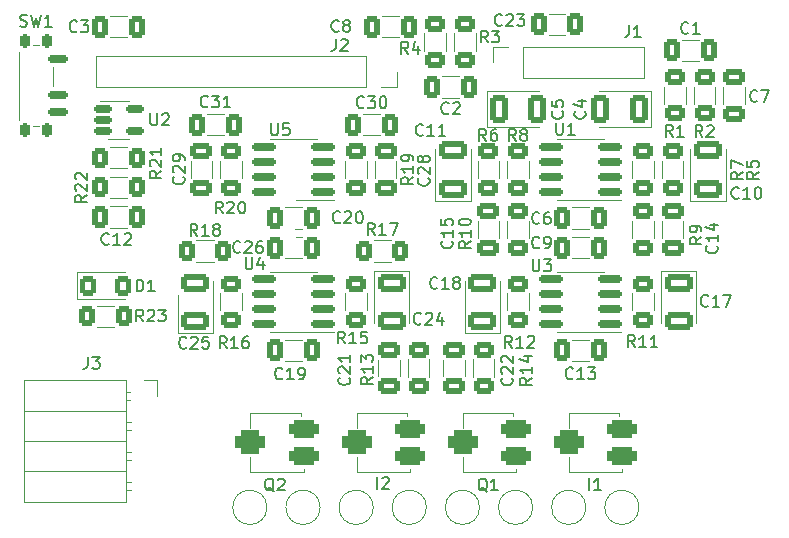
<source format=gto>
G04 #@! TF.GenerationSoftware,KiCad,Pcbnew,(6.0.2)*
G04 #@! TF.CreationDate,2022-03-22T22:10:50-04:00*
G04 #@! TF.ProjectId,PCB,5043422e-6b69-4636-9164-5f7063625858,rev?*
G04 #@! TF.SameCoordinates,Original*
G04 #@! TF.FileFunction,Legend,Top*
G04 #@! TF.FilePolarity,Positive*
%FSLAX46Y46*%
G04 Gerber Fmt 4.6, Leading zero omitted, Abs format (unit mm)*
G04 Created by KiCad (PCBNEW (6.0.2)) date 2022-03-22 22:10:50*
%MOMM*%
%LPD*%
G01*
G04 APERTURE LIST*
G04 Aperture macros list*
%AMRoundRect*
0 Rectangle with rounded corners*
0 $1 Rounding radius*
0 $2 $3 $4 $5 $6 $7 $8 $9 X,Y pos of 4 corners*
0 Add a 4 corners polygon primitive as box body*
4,1,4,$2,$3,$4,$5,$6,$7,$8,$9,$2,$3,0*
0 Add four circle primitives for the rounded corners*
1,1,$1+$1,$2,$3*
1,1,$1+$1,$4,$5*
1,1,$1+$1,$6,$7*
1,1,$1+$1,$8,$9*
0 Add four rect primitives between the rounded corners*
20,1,$1+$1,$2,$3,$4,$5,0*
20,1,$1+$1,$4,$5,$6,$7,0*
20,1,$1+$1,$6,$7,$8,$9,0*
20,1,$1+$1,$8,$9,$2,$3,0*%
G04 Aperture macros list end*
%ADD10C,0.150000*%
%ADD11C,0.120000*%
%ADD12C,1.625000*%
%ADD13R,1.700000X1.700000*%
%ADD14O,1.700000X1.700000*%
%ADD15RoundRect,0.200000X-0.200000X0.400000X-0.200000X-0.400000X0.200000X-0.400000X0.200000X0.400000X0*%
%ADD16RoundRect,0.175000X-0.675000X0.175000X-0.675000X-0.175000X0.675000X-0.175000X0.675000X0.175000X0*%
%ADD17RoundRect,0.250001X0.499999X0.924999X-0.499999X0.924999X-0.499999X-0.924999X0.499999X-0.924999X0*%
%ADD18RoundRect,0.250000X0.412500X0.650000X-0.412500X0.650000X-0.412500X-0.650000X0.412500X-0.650000X0*%
%ADD19C,2.500000*%
%ADD20RoundRect,0.250001X-0.924999X0.499999X-0.924999X-0.499999X0.924999X-0.499999X0.924999X0.499999X0*%
%ADD21RoundRect,0.250000X-0.412500X-0.650000X0.412500X-0.650000X0.412500X0.650000X-0.412500X0.650000X0*%
%ADD22RoundRect,0.250000X-0.625000X0.400000X-0.625000X-0.400000X0.625000X-0.400000X0.625000X0.400000X0*%
%ADD23RoundRect,0.250000X0.650000X-0.412500X0.650000X0.412500X-0.650000X0.412500X-0.650000X-0.412500X0*%
%ADD24RoundRect,0.400000X-0.850000X0.400000X-0.850000X-0.400000X0.850000X-0.400000X0.850000X0.400000X0*%
%ADD25RoundRect,0.500000X0.750000X-0.500000X0.750000X0.500000X-0.750000X0.500000X-0.750000X-0.500000X0*%
%ADD26RoundRect,0.400000X0.850000X-0.400000X0.850000X0.400000X-0.850000X0.400000X-0.850000X-0.400000X0*%
%ADD27RoundRect,0.150000X0.825000X0.150000X-0.825000X0.150000X-0.825000X-0.150000X0.825000X-0.150000X0*%
%ADD28RoundRect,0.250000X-0.650000X0.412500X-0.650000X-0.412500X0.650000X-0.412500X0.650000X0.412500X0*%
%ADD29RoundRect,0.250001X0.924999X-0.499999X0.924999X0.499999X-0.924999X0.499999X-0.924999X-0.499999X0*%
%ADD30RoundRect,0.250000X-0.400000X-0.625000X0.400000X-0.625000X0.400000X0.625000X-0.400000X0.625000X0*%
%ADD31RoundRect,0.250001X-0.499999X-0.924999X0.499999X-0.924999X0.499999X0.924999X-0.499999X0.924999X0*%
%ADD32RoundRect,0.250000X0.625000X-0.400000X0.625000X0.400000X-0.625000X0.400000X-0.625000X-0.400000X0*%
%ADD33RoundRect,0.250000X0.400000X0.625000X-0.400000X0.625000X-0.400000X-0.625000X0.400000X-0.625000X0*%
%ADD34RoundRect,0.250001X-0.462499X-0.624999X0.462499X-0.624999X0.462499X0.624999X-0.462499X0.624999X0*%
%ADD35RoundRect,0.162500X-0.617500X-0.162500X0.617500X-0.162500X0.617500X0.162500X-0.617500X0.162500X0*%
G04 APERTURE END LIST*
D10*
X96486666Y-116162380D02*
X96486666Y-116876666D01*
X96439047Y-117019523D01*
X96343809Y-117114761D01*
X96200952Y-117162380D01*
X96105714Y-117162380D01*
X96867619Y-116162380D02*
X97486666Y-116162380D01*
X97153333Y-116543333D01*
X97296190Y-116543333D01*
X97391428Y-116590952D01*
X97439047Y-116638571D01*
X97486666Y-116733809D01*
X97486666Y-116971904D01*
X97439047Y-117067142D01*
X97391428Y-117114761D01*
X97296190Y-117162380D01*
X97010476Y-117162380D01*
X96915238Y-117114761D01*
X96867619Y-117067142D01*
X142306666Y-88082380D02*
X142306666Y-88796666D01*
X142259047Y-88939523D01*
X142163809Y-89034761D01*
X142020952Y-89082380D01*
X141925714Y-89082380D01*
X143306666Y-89082380D02*
X142735238Y-89082380D01*
X143020952Y-89082380D02*
X143020952Y-88082380D01*
X142925714Y-88225238D01*
X142830476Y-88320476D01*
X142735238Y-88368095D01*
X90756666Y-88144761D02*
X90899523Y-88192380D01*
X91137619Y-88192380D01*
X91232857Y-88144761D01*
X91280476Y-88097142D01*
X91328095Y-88001904D01*
X91328095Y-87906666D01*
X91280476Y-87811428D01*
X91232857Y-87763809D01*
X91137619Y-87716190D01*
X90947142Y-87668571D01*
X90851904Y-87620952D01*
X90804285Y-87573333D01*
X90756666Y-87478095D01*
X90756666Y-87382857D01*
X90804285Y-87287619D01*
X90851904Y-87240000D01*
X90947142Y-87192380D01*
X91185238Y-87192380D01*
X91328095Y-87240000D01*
X91661428Y-87192380D02*
X91899523Y-88192380D01*
X92090000Y-87478095D01*
X92280476Y-88192380D01*
X92518571Y-87192380D01*
X93423333Y-88192380D02*
X92851904Y-88192380D01*
X93137619Y-88192380D02*
X93137619Y-87192380D01*
X93042380Y-87335238D01*
X92947142Y-87430476D01*
X92851904Y-87478095D01*
X138557142Y-95366666D02*
X138604761Y-95414285D01*
X138652380Y-95557142D01*
X138652380Y-95652380D01*
X138604761Y-95795238D01*
X138509523Y-95890476D01*
X138414285Y-95938095D01*
X138223809Y-95985714D01*
X138080952Y-95985714D01*
X137890476Y-95938095D01*
X137795238Y-95890476D01*
X137700000Y-95795238D01*
X137652380Y-95652380D01*
X137652380Y-95557142D01*
X137700000Y-95414285D01*
X137747619Y-95366666D01*
X137985714Y-94509523D02*
X138652380Y-94509523D01*
X137604761Y-94747619D02*
X138319047Y-94985714D01*
X138319047Y-94366666D01*
X127033333Y-95507142D02*
X126985714Y-95554761D01*
X126842857Y-95602380D01*
X126747619Y-95602380D01*
X126604761Y-95554761D01*
X126509523Y-95459523D01*
X126461904Y-95364285D01*
X126414285Y-95173809D01*
X126414285Y-95030952D01*
X126461904Y-94840476D01*
X126509523Y-94745238D01*
X126604761Y-94650000D01*
X126747619Y-94602380D01*
X126842857Y-94602380D01*
X126985714Y-94650000D01*
X127033333Y-94697619D01*
X127414285Y-94697619D02*
X127461904Y-94650000D01*
X127557142Y-94602380D01*
X127795238Y-94602380D01*
X127890476Y-94650000D01*
X127938095Y-94697619D01*
X127985714Y-94792857D01*
X127985714Y-94888095D01*
X127938095Y-95030952D01*
X127366666Y-95602380D01*
X127985714Y-95602380D01*
X149007142Y-111817142D02*
X148959523Y-111864761D01*
X148816666Y-111912380D01*
X148721428Y-111912380D01*
X148578571Y-111864761D01*
X148483333Y-111769523D01*
X148435714Y-111674285D01*
X148388095Y-111483809D01*
X148388095Y-111340952D01*
X148435714Y-111150476D01*
X148483333Y-111055238D01*
X148578571Y-110960000D01*
X148721428Y-110912380D01*
X148816666Y-110912380D01*
X148959523Y-110960000D01*
X149007142Y-111007619D01*
X149959523Y-111912380D02*
X149388095Y-111912380D01*
X149673809Y-111912380D02*
X149673809Y-110912380D01*
X149578571Y-111055238D01*
X149483333Y-111150476D01*
X149388095Y-111198095D01*
X150292857Y-110912380D02*
X150959523Y-110912380D01*
X150530952Y-111912380D01*
X119857142Y-95007142D02*
X119809523Y-95054761D01*
X119666666Y-95102380D01*
X119571428Y-95102380D01*
X119428571Y-95054761D01*
X119333333Y-94959523D01*
X119285714Y-94864285D01*
X119238095Y-94673809D01*
X119238095Y-94530952D01*
X119285714Y-94340476D01*
X119333333Y-94245238D01*
X119428571Y-94150000D01*
X119571428Y-94102380D01*
X119666666Y-94102380D01*
X119809523Y-94150000D01*
X119857142Y-94197619D01*
X120190476Y-94102380D02*
X120809523Y-94102380D01*
X120476190Y-94483333D01*
X120619047Y-94483333D01*
X120714285Y-94530952D01*
X120761904Y-94578571D01*
X120809523Y-94673809D01*
X120809523Y-94911904D01*
X120761904Y-95007142D01*
X120714285Y-95054761D01*
X120619047Y-95102380D01*
X120333333Y-95102380D01*
X120238095Y-95054761D01*
X120190476Y-95007142D01*
X121428571Y-94102380D02*
X121523809Y-94102380D01*
X121619047Y-94150000D01*
X121666666Y-94197619D01*
X121714285Y-94292857D01*
X121761904Y-94483333D01*
X121761904Y-94721428D01*
X121714285Y-94911904D01*
X121666666Y-95007142D01*
X121619047Y-95054761D01*
X121523809Y-95102380D01*
X121428571Y-95102380D01*
X121333333Y-95054761D01*
X121285714Y-95007142D01*
X121238095Y-94911904D01*
X121190476Y-94721428D01*
X121190476Y-94483333D01*
X121238095Y-94292857D01*
X121285714Y-94197619D01*
X121333333Y-94150000D01*
X121428571Y-94102380D01*
X132387142Y-115382380D02*
X132053809Y-114906190D01*
X131815714Y-115382380D02*
X131815714Y-114382380D01*
X132196666Y-114382380D01*
X132291904Y-114430000D01*
X132339523Y-114477619D01*
X132387142Y-114572857D01*
X132387142Y-114715714D01*
X132339523Y-114810952D01*
X132291904Y-114858571D01*
X132196666Y-114906190D01*
X131815714Y-114906190D01*
X133339523Y-115382380D02*
X132768095Y-115382380D01*
X133053809Y-115382380D02*
X133053809Y-114382380D01*
X132958571Y-114525238D01*
X132863333Y-114620476D01*
X132768095Y-114668095D01*
X133720476Y-114477619D02*
X133768095Y-114430000D01*
X133863333Y-114382380D01*
X134101428Y-114382380D01*
X134196666Y-114430000D01*
X134244285Y-114477619D01*
X134291904Y-114572857D01*
X134291904Y-114668095D01*
X134244285Y-114810952D01*
X133672857Y-115382380D01*
X134291904Y-115382380D01*
X120973809Y-127342380D02*
X120973809Y-126342380D01*
X121402380Y-126437619D02*
X121450000Y-126390000D01*
X121545238Y-126342380D01*
X121783333Y-126342380D01*
X121878571Y-126390000D01*
X121926190Y-126437619D01*
X121973809Y-126532857D01*
X121973809Y-126628095D01*
X121926190Y-126770952D01*
X121354761Y-127342380D01*
X121973809Y-127342380D01*
X127287142Y-106352857D02*
X127334761Y-106400476D01*
X127382380Y-106543333D01*
X127382380Y-106638571D01*
X127334761Y-106781428D01*
X127239523Y-106876666D01*
X127144285Y-106924285D01*
X126953809Y-106971904D01*
X126810952Y-106971904D01*
X126620476Y-106924285D01*
X126525238Y-106876666D01*
X126430000Y-106781428D01*
X126382380Y-106638571D01*
X126382380Y-106543333D01*
X126430000Y-106400476D01*
X126477619Y-106352857D01*
X127382380Y-105400476D02*
X127382380Y-105971904D01*
X127382380Y-105686190D02*
X126382380Y-105686190D01*
X126525238Y-105781428D01*
X126620476Y-105876666D01*
X126668095Y-105971904D01*
X126382380Y-104495714D02*
X126382380Y-104971904D01*
X126858571Y-105019523D01*
X126810952Y-104971904D01*
X126763333Y-104876666D01*
X126763333Y-104638571D01*
X126810952Y-104543333D01*
X126858571Y-104495714D01*
X126953809Y-104448095D01*
X127191904Y-104448095D01*
X127287142Y-104495714D01*
X127334761Y-104543333D01*
X127382380Y-104638571D01*
X127382380Y-104876666D01*
X127334761Y-104971904D01*
X127287142Y-105019523D01*
X145993333Y-97512380D02*
X145660000Y-97036190D01*
X145421904Y-97512380D02*
X145421904Y-96512380D01*
X145802857Y-96512380D01*
X145898095Y-96560000D01*
X145945714Y-96607619D01*
X145993333Y-96702857D01*
X145993333Y-96845714D01*
X145945714Y-96940952D01*
X145898095Y-96988571D01*
X145802857Y-97036190D01*
X145421904Y-97036190D01*
X146945714Y-97512380D02*
X146374285Y-97512380D01*
X146660000Y-97512380D02*
X146660000Y-96512380D01*
X146564761Y-96655238D01*
X146469523Y-96750476D01*
X146374285Y-96798095D01*
X109397142Y-107267142D02*
X109349523Y-107314761D01*
X109206666Y-107362380D01*
X109111428Y-107362380D01*
X108968571Y-107314761D01*
X108873333Y-107219523D01*
X108825714Y-107124285D01*
X108778095Y-106933809D01*
X108778095Y-106790952D01*
X108825714Y-106600476D01*
X108873333Y-106505238D01*
X108968571Y-106410000D01*
X109111428Y-106362380D01*
X109206666Y-106362380D01*
X109349523Y-106410000D01*
X109397142Y-106457619D01*
X109778095Y-106457619D02*
X109825714Y-106410000D01*
X109920952Y-106362380D01*
X110159047Y-106362380D01*
X110254285Y-106410000D01*
X110301904Y-106457619D01*
X110349523Y-106552857D01*
X110349523Y-106648095D01*
X110301904Y-106790952D01*
X109730476Y-107362380D01*
X110349523Y-107362380D01*
X111206666Y-106362380D02*
X111016190Y-106362380D01*
X110920952Y-106410000D01*
X110873333Y-106457619D01*
X110778095Y-106600476D01*
X110730476Y-106790952D01*
X110730476Y-107171904D01*
X110778095Y-107267142D01*
X110825714Y-107314761D01*
X110920952Y-107362380D01*
X111111428Y-107362380D01*
X111206666Y-107314761D01*
X111254285Y-107267142D01*
X111301904Y-107171904D01*
X111301904Y-106933809D01*
X111254285Y-106838571D01*
X111206666Y-106790952D01*
X111111428Y-106743333D01*
X110920952Y-106743333D01*
X110825714Y-106790952D01*
X110778095Y-106838571D01*
X110730476Y-106933809D01*
X134052380Y-117932857D02*
X133576190Y-118266190D01*
X134052380Y-118504285D02*
X133052380Y-118504285D01*
X133052380Y-118123333D01*
X133100000Y-118028095D01*
X133147619Y-117980476D01*
X133242857Y-117932857D01*
X133385714Y-117932857D01*
X133480952Y-117980476D01*
X133528571Y-118028095D01*
X133576190Y-118123333D01*
X133576190Y-118504285D01*
X134052380Y-116980476D02*
X134052380Y-117551904D01*
X134052380Y-117266190D02*
X133052380Y-117266190D01*
X133195238Y-117361428D01*
X133290476Y-117456666D01*
X133338095Y-117551904D01*
X133385714Y-116123333D02*
X134052380Y-116123333D01*
X133004761Y-116361428D02*
X133719047Y-116599523D01*
X133719047Y-115980476D01*
X138923809Y-127432380D02*
X138923809Y-126432380D01*
X139923809Y-127432380D02*
X139352380Y-127432380D01*
X139638095Y-127432380D02*
X139638095Y-126432380D01*
X139542857Y-126575238D01*
X139447619Y-126670476D01*
X139352380Y-126718095D01*
X111998095Y-96382380D02*
X111998095Y-97191904D01*
X112045714Y-97287142D01*
X112093333Y-97334761D01*
X112188571Y-97382380D01*
X112379047Y-97382380D01*
X112474285Y-97334761D01*
X112521904Y-97287142D01*
X112569523Y-97191904D01*
X112569523Y-96382380D01*
X113521904Y-96382380D02*
X113045714Y-96382380D01*
X112998095Y-96858571D01*
X113045714Y-96810952D01*
X113140952Y-96763333D01*
X113379047Y-96763333D01*
X113474285Y-96810952D01*
X113521904Y-96858571D01*
X113569523Y-96953809D01*
X113569523Y-97191904D01*
X113521904Y-97287142D01*
X113474285Y-97334761D01*
X113379047Y-97382380D01*
X113140952Y-97382380D01*
X113045714Y-97334761D01*
X112998095Y-97287142D01*
X125327142Y-101032857D02*
X125374761Y-101080476D01*
X125422380Y-101223333D01*
X125422380Y-101318571D01*
X125374761Y-101461428D01*
X125279523Y-101556666D01*
X125184285Y-101604285D01*
X124993809Y-101651904D01*
X124850952Y-101651904D01*
X124660476Y-101604285D01*
X124565238Y-101556666D01*
X124470000Y-101461428D01*
X124422380Y-101318571D01*
X124422380Y-101223333D01*
X124470000Y-101080476D01*
X124517619Y-101032857D01*
X124517619Y-100651904D02*
X124470000Y-100604285D01*
X124422380Y-100509047D01*
X124422380Y-100270952D01*
X124470000Y-100175714D01*
X124517619Y-100128095D01*
X124612857Y-100080476D01*
X124708095Y-100080476D01*
X124850952Y-100128095D01*
X125422380Y-100699523D01*
X125422380Y-100080476D01*
X124850952Y-99509047D02*
X124803333Y-99604285D01*
X124755714Y-99651904D01*
X124660476Y-99699523D01*
X124612857Y-99699523D01*
X124517619Y-99651904D01*
X124470000Y-99604285D01*
X124422380Y-99509047D01*
X124422380Y-99318571D01*
X124470000Y-99223333D01*
X124517619Y-99175714D01*
X124612857Y-99128095D01*
X124660476Y-99128095D01*
X124755714Y-99175714D01*
X124803333Y-99223333D01*
X124850952Y-99318571D01*
X124850952Y-99509047D01*
X124898571Y-99604285D01*
X124946190Y-99651904D01*
X125041428Y-99699523D01*
X125231904Y-99699523D01*
X125327142Y-99651904D01*
X125374761Y-99604285D01*
X125422380Y-99509047D01*
X125422380Y-99318571D01*
X125374761Y-99223333D01*
X125327142Y-99175714D01*
X125231904Y-99128095D01*
X125041428Y-99128095D01*
X124946190Y-99175714D01*
X124898571Y-99223333D01*
X124850952Y-99318571D01*
X107907142Y-104012380D02*
X107573809Y-103536190D01*
X107335714Y-104012380D02*
X107335714Y-103012380D01*
X107716666Y-103012380D01*
X107811904Y-103060000D01*
X107859523Y-103107619D01*
X107907142Y-103202857D01*
X107907142Y-103345714D01*
X107859523Y-103440952D01*
X107811904Y-103488571D01*
X107716666Y-103536190D01*
X107335714Y-103536190D01*
X108288095Y-103107619D02*
X108335714Y-103060000D01*
X108430952Y-103012380D01*
X108669047Y-103012380D01*
X108764285Y-103060000D01*
X108811904Y-103107619D01*
X108859523Y-103202857D01*
X108859523Y-103298095D01*
X108811904Y-103440952D01*
X108240476Y-104012380D01*
X108859523Y-104012380D01*
X109478571Y-103012380D02*
X109573809Y-103012380D01*
X109669047Y-103060000D01*
X109716666Y-103107619D01*
X109764285Y-103202857D01*
X109811904Y-103393333D01*
X109811904Y-103631428D01*
X109764285Y-103821904D01*
X109716666Y-103917142D01*
X109669047Y-103964761D01*
X109573809Y-104012380D01*
X109478571Y-104012380D01*
X109383333Y-103964761D01*
X109335714Y-103917142D01*
X109288095Y-103821904D01*
X109240476Y-103631428D01*
X109240476Y-103393333D01*
X109288095Y-103202857D01*
X109335714Y-103107619D01*
X109383333Y-103060000D01*
X109478571Y-103012380D01*
X98257142Y-106587142D02*
X98209523Y-106634761D01*
X98066666Y-106682380D01*
X97971428Y-106682380D01*
X97828571Y-106634761D01*
X97733333Y-106539523D01*
X97685714Y-106444285D01*
X97638095Y-106253809D01*
X97638095Y-106110952D01*
X97685714Y-105920476D01*
X97733333Y-105825238D01*
X97828571Y-105730000D01*
X97971428Y-105682380D01*
X98066666Y-105682380D01*
X98209523Y-105730000D01*
X98257142Y-105777619D01*
X99209523Y-106682380D02*
X98638095Y-106682380D01*
X98923809Y-106682380D02*
X98923809Y-105682380D01*
X98828571Y-105825238D01*
X98733333Y-105920476D01*
X98638095Y-105968095D01*
X99590476Y-105777619D02*
X99638095Y-105730000D01*
X99733333Y-105682380D01*
X99971428Y-105682380D01*
X100066666Y-105730000D01*
X100114285Y-105777619D01*
X100161904Y-105872857D01*
X100161904Y-105968095D01*
X100114285Y-106110952D01*
X99542857Y-106682380D01*
X100161904Y-106682380D01*
X147333333Y-88707142D02*
X147285714Y-88754761D01*
X147142857Y-88802380D01*
X147047619Y-88802380D01*
X146904761Y-88754761D01*
X146809523Y-88659523D01*
X146761904Y-88564285D01*
X146714285Y-88373809D01*
X146714285Y-88230952D01*
X146761904Y-88040476D01*
X146809523Y-87945238D01*
X146904761Y-87850000D01*
X147047619Y-87802380D01*
X147142857Y-87802380D01*
X147285714Y-87850000D01*
X147333333Y-87897619D01*
X148285714Y-88802380D02*
X147714285Y-88802380D01*
X148000000Y-88802380D02*
X148000000Y-87802380D01*
X147904761Y-87945238D01*
X147809523Y-88040476D01*
X147714285Y-88088095D01*
X134148095Y-107902380D02*
X134148095Y-108711904D01*
X134195714Y-108807142D01*
X134243333Y-108854761D01*
X134338571Y-108902380D01*
X134529047Y-108902380D01*
X134624285Y-108854761D01*
X134671904Y-108807142D01*
X134719523Y-108711904D01*
X134719523Y-107902380D01*
X135100476Y-107902380D02*
X135719523Y-107902380D01*
X135386190Y-108283333D01*
X135529047Y-108283333D01*
X135624285Y-108330952D01*
X135671904Y-108378571D01*
X135719523Y-108473809D01*
X135719523Y-108711904D01*
X135671904Y-108807142D01*
X135624285Y-108854761D01*
X135529047Y-108902380D01*
X135243333Y-108902380D01*
X135148095Y-108854761D01*
X135100476Y-108807142D01*
X132377142Y-117952857D02*
X132424761Y-118000476D01*
X132472380Y-118143333D01*
X132472380Y-118238571D01*
X132424761Y-118381428D01*
X132329523Y-118476666D01*
X132234285Y-118524285D01*
X132043809Y-118571904D01*
X131900952Y-118571904D01*
X131710476Y-118524285D01*
X131615238Y-118476666D01*
X131520000Y-118381428D01*
X131472380Y-118238571D01*
X131472380Y-118143333D01*
X131520000Y-118000476D01*
X131567619Y-117952857D01*
X131567619Y-117571904D02*
X131520000Y-117524285D01*
X131472380Y-117429047D01*
X131472380Y-117190952D01*
X131520000Y-117095714D01*
X131567619Y-117048095D01*
X131662857Y-117000476D01*
X131758095Y-117000476D01*
X131900952Y-117048095D01*
X132472380Y-117619523D01*
X132472380Y-117000476D01*
X131567619Y-116619523D02*
X131520000Y-116571904D01*
X131472380Y-116476666D01*
X131472380Y-116238571D01*
X131520000Y-116143333D01*
X131567619Y-116095714D01*
X131662857Y-116048095D01*
X131758095Y-116048095D01*
X131900952Y-116095714D01*
X132472380Y-116667142D01*
X132472380Y-116048095D01*
X124857142Y-97357142D02*
X124809523Y-97404761D01*
X124666666Y-97452380D01*
X124571428Y-97452380D01*
X124428571Y-97404761D01*
X124333333Y-97309523D01*
X124285714Y-97214285D01*
X124238095Y-97023809D01*
X124238095Y-96880952D01*
X124285714Y-96690476D01*
X124333333Y-96595238D01*
X124428571Y-96500000D01*
X124571428Y-96452380D01*
X124666666Y-96452380D01*
X124809523Y-96500000D01*
X124857142Y-96547619D01*
X125809523Y-97452380D02*
X125238095Y-97452380D01*
X125523809Y-97452380D02*
X125523809Y-96452380D01*
X125428571Y-96595238D01*
X125333333Y-96690476D01*
X125238095Y-96738095D01*
X126761904Y-97452380D02*
X126190476Y-97452380D01*
X126476190Y-97452380D02*
X126476190Y-96452380D01*
X126380952Y-96595238D01*
X126285714Y-96690476D01*
X126190476Y-96738095D01*
X123603333Y-90492380D02*
X123270000Y-90016190D01*
X123031904Y-90492380D02*
X123031904Y-89492380D01*
X123412857Y-89492380D01*
X123508095Y-89540000D01*
X123555714Y-89587619D01*
X123603333Y-89682857D01*
X123603333Y-89825714D01*
X123555714Y-89920952D01*
X123508095Y-89968571D01*
X123412857Y-90016190D01*
X123031904Y-90016190D01*
X124460476Y-89825714D02*
X124460476Y-90492380D01*
X124222380Y-89444761D02*
X123984285Y-90159047D01*
X124603333Y-90159047D01*
X118607142Y-117912857D02*
X118654761Y-117960476D01*
X118702380Y-118103333D01*
X118702380Y-118198571D01*
X118654761Y-118341428D01*
X118559523Y-118436666D01*
X118464285Y-118484285D01*
X118273809Y-118531904D01*
X118130952Y-118531904D01*
X117940476Y-118484285D01*
X117845238Y-118436666D01*
X117750000Y-118341428D01*
X117702380Y-118198571D01*
X117702380Y-118103333D01*
X117750000Y-117960476D01*
X117797619Y-117912857D01*
X117797619Y-117531904D02*
X117750000Y-117484285D01*
X117702380Y-117389047D01*
X117702380Y-117150952D01*
X117750000Y-117055714D01*
X117797619Y-117008095D01*
X117892857Y-116960476D01*
X117988095Y-116960476D01*
X118130952Y-117008095D01*
X118702380Y-117579523D01*
X118702380Y-116960476D01*
X118702380Y-116008095D02*
X118702380Y-116579523D01*
X118702380Y-116293809D02*
X117702380Y-116293809D01*
X117845238Y-116389047D01*
X117940476Y-116484285D01*
X117988095Y-116579523D01*
X96402380Y-102472857D02*
X95926190Y-102806190D01*
X96402380Y-103044285D02*
X95402380Y-103044285D01*
X95402380Y-102663333D01*
X95450000Y-102568095D01*
X95497619Y-102520476D01*
X95592857Y-102472857D01*
X95735714Y-102472857D01*
X95830952Y-102520476D01*
X95878571Y-102568095D01*
X95926190Y-102663333D01*
X95926190Y-103044285D01*
X95497619Y-102091904D02*
X95450000Y-102044285D01*
X95402380Y-101949047D01*
X95402380Y-101710952D01*
X95450000Y-101615714D01*
X95497619Y-101568095D01*
X95592857Y-101520476D01*
X95688095Y-101520476D01*
X95830952Y-101568095D01*
X96402380Y-102139523D01*
X96402380Y-101520476D01*
X95497619Y-101139523D02*
X95450000Y-101091904D01*
X95402380Y-100996666D01*
X95402380Y-100758571D01*
X95450000Y-100663333D01*
X95497619Y-100615714D01*
X95592857Y-100568095D01*
X95688095Y-100568095D01*
X95830952Y-100615714D01*
X96402380Y-101187142D01*
X96402380Y-100568095D01*
X153173333Y-94467142D02*
X153125714Y-94514761D01*
X152982857Y-94562380D01*
X152887619Y-94562380D01*
X152744761Y-94514761D01*
X152649523Y-94419523D01*
X152601904Y-94324285D01*
X152554285Y-94133809D01*
X152554285Y-93990952D01*
X152601904Y-93800476D01*
X152649523Y-93705238D01*
X152744761Y-93610000D01*
X152887619Y-93562380D01*
X152982857Y-93562380D01*
X153125714Y-93610000D01*
X153173333Y-93657619D01*
X153506666Y-93562380D02*
X154173333Y-93562380D01*
X153744761Y-94562380D01*
X136138095Y-96352380D02*
X136138095Y-97161904D01*
X136185714Y-97257142D01*
X136233333Y-97304761D01*
X136328571Y-97352380D01*
X136519047Y-97352380D01*
X136614285Y-97304761D01*
X136661904Y-97257142D01*
X136709523Y-97161904D01*
X136709523Y-96352380D01*
X137709523Y-97352380D02*
X137138095Y-97352380D01*
X137423809Y-97352380D02*
X137423809Y-96352380D01*
X137328571Y-96495238D01*
X137233333Y-96590476D01*
X137138095Y-96638095D01*
X151597142Y-102677142D02*
X151549523Y-102724761D01*
X151406666Y-102772380D01*
X151311428Y-102772380D01*
X151168571Y-102724761D01*
X151073333Y-102629523D01*
X151025714Y-102534285D01*
X150978095Y-102343809D01*
X150978095Y-102200952D01*
X151025714Y-102010476D01*
X151073333Y-101915238D01*
X151168571Y-101820000D01*
X151311428Y-101772380D01*
X151406666Y-101772380D01*
X151549523Y-101820000D01*
X151597142Y-101867619D01*
X152549523Y-102772380D02*
X151978095Y-102772380D01*
X152263809Y-102772380D02*
X152263809Y-101772380D01*
X152168571Y-101915238D01*
X152073333Y-102010476D01*
X151978095Y-102058095D01*
X153168571Y-101772380D02*
X153263809Y-101772380D01*
X153359047Y-101820000D01*
X153406666Y-101867619D01*
X153454285Y-101962857D01*
X153501904Y-102153333D01*
X153501904Y-102391428D01*
X153454285Y-102581904D01*
X153406666Y-102677142D01*
X153359047Y-102724761D01*
X153263809Y-102772380D01*
X153168571Y-102772380D01*
X153073333Y-102724761D01*
X153025714Y-102677142D01*
X152978095Y-102581904D01*
X152930476Y-102391428D01*
X152930476Y-102153333D01*
X152978095Y-101962857D01*
X153025714Y-101867619D01*
X153073333Y-101820000D01*
X153168571Y-101772380D01*
X124697142Y-113327142D02*
X124649523Y-113374761D01*
X124506666Y-113422380D01*
X124411428Y-113422380D01*
X124268571Y-113374761D01*
X124173333Y-113279523D01*
X124125714Y-113184285D01*
X124078095Y-112993809D01*
X124078095Y-112850952D01*
X124125714Y-112660476D01*
X124173333Y-112565238D01*
X124268571Y-112470000D01*
X124411428Y-112422380D01*
X124506666Y-112422380D01*
X124649523Y-112470000D01*
X124697142Y-112517619D01*
X125078095Y-112517619D02*
X125125714Y-112470000D01*
X125220952Y-112422380D01*
X125459047Y-112422380D01*
X125554285Y-112470000D01*
X125601904Y-112517619D01*
X125649523Y-112612857D01*
X125649523Y-112708095D01*
X125601904Y-112850952D01*
X125030476Y-113422380D01*
X125649523Y-113422380D01*
X126506666Y-112755714D02*
X126506666Y-113422380D01*
X126268571Y-112374761D02*
X126030476Y-113089047D01*
X126649523Y-113089047D01*
X117476666Y-89262380D02*
X117476666Y-89976666D01*
X117429047Y-90119523D01*
X117333809Y-90214761D01*
X117190952Y-90262380D01*
X117095714Y-90262380D01*
X117905238Y-89357619D02*
X117952857Y-89310000D01*
X118048095Y-89262380D01*
X118286190Y-89262380D01*
X118381428Y-89310000D01*
X118429047Y-89357619D01*
X118476666Y-89452857D01*
X118476666Y-89548095D01*
X118429047Y-89690952D01*
X117857619Y-90262380D01*
X118476666Y-90262380D01*
X109848095Y-107732380D02*
X109848095Y-108541904D01*
X109895714Y-108637142D01*
X109943333Y-108684761D01*
X110038571Y-108732380D01*
X110229047Y-108732380D01*
X110324285Y-108684761D01*
X110371904Y-108637142D01*
X110419523Y-108541904D01*
X110419523Y-107732380D01*
X111324285Y-108065714D02*
X111324285Y-108732380D01*
X111086190Y-107684761D02*
X110848095Y-108399047D01*
X111467142Y-108399047D01*
X130294761Y-127567619D02*
X130199523Y-127520000D01*
X130104285Y-127424761D01*
X129961428Y-127281904D01*
X129866190Y-127234285D01*
X129770952Y-127234285D01*
X129818571Y-127472380D02*
X129723333Y-127424761D01*
X129628095Y-127329523D01*
X129580476Y-127139047D01*
X129580476Y-126805714D01*
X129628095Y-126615238D01*
X129723333Y-126520000D01*
X129818571Y-126472380D01*
X130009047Y-126472380D01*
X130104285Y-126520000D01*
X130199523Y-126615238D01*
X130247142Y-126805714D01*
X130247142Y-127139047D01*
X130199523Y-127329523D01*
X130104285Y-127424761D01*
X130009047Y-127472380D01*
X129818571Y-127472380D01*
X131199523Y-127472380D02*
X130628095Y-127472380D01*
X130913809Y-127472380D02*
X130913809Y-126472380D01*
X130818571Y-126615238D01*
X130723333Y-126710476D01*
X130628095Y-126758095D01*
X136657142Y-95366666D02*
X136704761Y-95414285D01*
X136752380Y-95557142D01*
X136752380Y-95652380D01*
X136704761Y-95795238D01*
X136609523Y-95890476D01*
X136514285Y-95938095D01*
X136323809Y-95985714D01*
X136180952Y-95985714D01*
X135990476Y-95938095D01*
X135895238Y-95890476D01*
X135800000Y-95795238D01*
X135752380Y-95652380D01*
X135752380Y-95557142D01*
X135800000Y-95414285D01*
X135847619Y-95366666D01*
X135752380Y-94461904D02*
X135752380Y-94938095D01*
X136228571Y-94985714D01*
X136180952Y-94938095D01*
X136133333Y-94842857D01*
X136133333Y-94604761D01*
X136180952Y-94509523D01*
X136228571Y-94461904D01*
X136323809Y-94414285D01*
X136561904Y-94414285D01*
X136657142Y-94461904D01*
X136704761Y-94509523D01*
X136752380Y-94604761D01*
X136752380Y-94842857D01*
X136704761Y-94938095D01*
X136657142Y-94985714D01*
X104577142Y-100922857D02*
X104624761Y-100970476D01*
X104672380Y-101113333D01*
X104672380Y-101208571D01*
X104624761Y-101351428D01*
X104529523Y-101446666D01*
X104434285Y-101494285D01*
X104243809Y-101541904D01*
X104100952Y-101541904D01*
X103910476Y-101494285D01*
X103815238Y-101446666D01*
X103720000Y-101351428D01*
X103672380Y-101208571D01*
X103672380Y-101113333D01*
X103720000Y-100970476D01*
X103767619Y-100922857D01*
X103767619Y-100541904D02*
X103720000Y-100494285D01*
X103672380Y-100399047D01*
X103672380Y-100160952D01*
X103720000Y-100065714D01*
X103767619Y-100018095D01*
X103862857Y-99970476D01*
X103958095Y-99970476D01*
X104100952Y-100018095D01*
X104672380Y-100589523D01*
X104672380Y-99970476D01*
X104672380Y-99494285D02*
X104672380Y-99303809D01*
X104624761Y-99208571D01*
X104577142Y-99160952D01*
X104434285Y-99065714D01*
X104243809Y-99018095D01*
X103862857Y-99018095D01*
X103767619Y-99065714D01*
X103720000Y-99113333D01*
X103672380Y-99208571D01*
X103672380Y-99399047D01*
X103720000Y-99494285D01*
X103767619Y-99541904D01*
X103862857Y-99589523D01*
X104100952Y-99589523D01*
X104196190Y-99541904D01*
X104243809Y-99494285D01*
X104291428Y-99399047D01*
X104291428Y-99208571D01*
X104243809Y-99113333D01*
X104196190Y-99065714D01*
X104100952Y-99018095D01*
X117733333Y-88557142D02*
X117685714Y-88604761D01*
X117542857Y-88652380D01*
X117447619Y-88652380D01*
X117304761Y-88604761D01*
X117209523Y-88509523D01*
X117161904Y-88414285D01*
X117114285Y-88223809D01*
X117114285Y-88080952D01*
X117161904Y-87890476D01*
X117209523Y-87795238D01*
X117304761Y-87700000D01*
X117447619Y-87652380D01*
X117542857Y-87652380D01*
X117685714Y-87700000D01*
X117733333Y-87747619D01*
X118304761Y-88080952D02*
X118209523Y-88033333D01*
X118161904Y-87985714D01*
X118114285Y-87890476D01*
X118114285Y-87842857D01*
X118161904Y-87747619D01*
X118209523Y-87700000D01*
X118304761Y-87652380D01*
X118495238Y-87652380D01*
X118590476Y-87700000D01*
X118638095Y-87747619D01*
X118685714Y-87842857D01*
X118685714Y-87890476D01*
X118638095Y-87985714D01*
X118590476Y-88033333D01*
X118495238Y-88080952D01*
X118304761Y-88080952D01*
X118209523Y-88128571D01*
X118161904Y-88176190D01*
X118114285Y-88271428D01*
X118114285Y-88461904D01*
X118161904Y-88557142D01*
X118209523Y-88604761D01*
X118304761Y-88652380D01*
X118495238Y-88652380D01*
X118590476Y-88604761D01*
X118638095Y-88557142D01*
X118685714Y-88461904D01*
X118685714Y-88271428D01*
X118638095Y-88176190D01*
X118590476Y-88128571D01*
X118495238Y-88080952D01*
X153272380Y-100496666D02*
X152796190Y-100830000D01*
X153272380Y-101068095D02*
X152272380Y-101068095D01*
X152272380Y-100687142D01*
X152320000Y-100591904D01*
X152367619Y-100544285D01*
X152462857Y-100496666D01*
X152605714Y-100496666D01*
X152700952Y-100544285D01*
X152748571Y-100591904D01*
X152796190Y-100687142D01*
X152796190Y-101068095D01*
X152272380Y-99591904D02*
X152272380Y-100068095D01*
X152748571Y-100115714D01*
X152700952Y-100068095D01*
X152653333Y-99972857D01*
X152653333Y-99734761D01*
X152700952Y-99639523D01*
X152748571Y-99591904D01*
X152843809Y-99544285D01*
X153081904Y-99544285D01*
X153177142Y-99591904D01*
X153224761Y-99639523D01*
X153272380Y-99734761D01*
X153272380Y-99972857D01*
X153224761Y-100068095D01*
X153177142Y-100115714D01*
X130363333Y-89532380D02*
X130030000Y-89056190D01*
X129791904Y-89532380D02*
X129791904Y-88532380D01*
X130172857Y-88532380D01*
X130268095Y-88580000D01*
X130315714Y-88627619D01*
X130363333Y-88722857D01*
X130363333Y-88865714D01*
X130315714Y-88960952D01*
X130268095Y-89008571D01*
X130172857Y-89056190D01*
X129791904Y-89056190D01*
X130696666Y-88532380D02*
X131315714Y-88532380D01*
X130982380Y-88913333D01*
X131125238Y-88913333D01*
X131220476Y-88960952D01*
X131268095Y-89008571D01*
X131315714Y-89103809D01*
X131315714Y-89341904D01*
X131268095Y-89437142D01*
X131220476Y-89484761D01*
X131125238Y-89532380D01*
X130839523Y-89532380D01*
X130744285Y-89484761D01*
X130696666Y-89437142D01*
X128902380Y-106352857D02*
X128426190Y-106686190D01*
X128902380Y-106924285D02*
X127902380Y-106924285D01*
X127902380Y-106543333D01*
X127950000Y-106448095D01*
X127997619Y-106400476D01*
X128092857Y-106352857D01*
X128235714Y-106352857D01*
X128330952Y-106400476D01*
X128378571Y-106448095D01*
X128426190Y-106543333D01*
X128426190Y-106924285D01*
X128902380Y-105400476D02*
X128902380Y-105971904D01*
X128902380Y-105686190D02*
X127902380Y-105686190D01*
X128045238Y-105781428D01*
X128140476Y-105876666D01*
X128188095Y-105971904D01*
X127902380Y-104781428D02*
X127902380Y-104686190D01*
X127950000Y-104590952D01*
X127997619Y-104543333D01*
X128092857Y-104495714D01*
X128283333Y-104448095D01*
X128521428Y-104448095D01*
X128711904Y-104495714D01*
X128807142Y-104543333D01*
X128854761Y-104590952D01*
X128902380Y-104686190D01*
X128902380Y-104781428D01*
X128854761Y-104876666D01*
X128807142Y-104924285D01*
X128711904Y-104971904D01*
X128521428Y-105019523D01*
X128283333Y-105019523D01*
X128092857Y-104971904D01*
X127997619Y-104924285D01*
X127950000Y-104876666D01*
X127902380Y-104781428D01*
X118257142Y-115012380D02*
X117923809Y-114536190D01*
X117685714Y-115012380D02*
X117685714Y-114012380D01*
X118066666Y-114012380D01*
X118161904Y-114060000D01*
X118209523Y-114107619D01*
X118257142Y-114202857D01*
X118257142Y-114345714D01*
X118209523Y-114440952D01*
X118161904Y-114488571D01*
X118066666Y-114536190D01*
X117685714Y-114536190D01*
X119209523Y-115012380D02*
X118638095Y-115012380D01*
X118923809Y-115012380D02*
X118923809Y-114012380D01*
X118828571Y-114155238D01*
X118733333Y-114250476D01*
X118638095Y-114298095D01*
X120114285Y-114012380D02*
X119638095Y-114012380D01*
X119590476Y-114488571D01*
X119638095Y-114440952D01*
X119733333Y-114393333D01*
X119971428Y-114393333D01*
X120066666Y-114440952D01*
X120114285Y-114488571D01*
X120161904Y-114583809D01*
X120161904Y-114821904D01*
X120114285Y-114917142D01*
X120066666Y-114964761D01*
X119971428Y-115012380D01*
X119733333Y-115012380D01*
X119638095Y-114964761D01*
X119590476Y-114917142D01*
X106647142Y-94947142D02*
X106599523Y-94994761D01*
X106456666Y-95042380D01*
X106361428Y-95042380D01*
X106218571Y-94994761D01*
X106123333Y-94899523D01*
X106075714Y-94804285D01*
X106028095Y-94613809D01*
X106028095Y-94470952D01*
X106075714Y-94280476D01*
X106123333Y-94185238D01*
X106218571Y-94090000D01*
X106361428Y-94042380D01*
X106456666Y-94042380D01*
X106599523Y-94090000D01*
X106647142Y-94137619D01*
X106980476Y-94042380D02*
X107599523Y-94042380D01*
X107266190Y-94423333D01*
X107409047Y-94423333D01*
X107504285Y-94470952D01*
X107551904Y-94518571D01*
X107599523Y-94613809D01*
X107599523Y-94851904D01*
X107551904Y-94947142D01*
X107504285Y-94994761D01*
X107409047Y-95042380D01*
X107123333Y-95042380D01*
X107028095Y-94994761D01*
X106980476Y-94947142D01*
X108551904Y-95042380D02*
X107980476Y-95042380D01*
X108266190Y-95042380D02*
X108266190Y-94042380D01*
X108170952Y-94185238D01*
X108075714Y-94280476D01*
X107980476Y-94328095D01*
X148523333Y-97552380D02*
X148190000Y-97076190D01*
X147951904Y-97552380D02*
X147951904Y-96552380D01*
X148332857Y-96552380D01*
X148428095Y-96600000D01*
X148475714Y-96647619D01*
X148523333Y-96742857D01*
X148523333Y-96885714D01*
X148475714Y-96980952D01*
X148428095Y-97028571D01*
X148332857Y-97076190D01*
X147951904Y-97076190D01*
X148904285Y-96647619D02*
X148951904Y-96600000D01*
X149047142Y-96552380D01*
X149285238Y-96552380D01*
X149380476Y-96600000D01*
X149428095Y-96647619D01*
X149475714Y-96742857D01*
X149475714Y-96838095D01*
X149428095Y-96980952D01*
X148856666Y-97552380D01*
X149475714Y-97552380D01*
X120757142Y-105822380D02*
X120423809Y-105346190D01*
X120185714Y-105822380D02*
X120185714Y-104822380D01*
X120566666Y-104822380D01*
X120661904Y-104870000D01*
X120709523Y-104917619D01*
X120757142Y-105012857D01*
X120757142Y-105155714D01*
X120709523Y-105250952D01*
X120661904Y-105298571D01*
X120566666Y-105346190D01*
X120185714Y-105346190D01*
X121709523Y-105822380D02*
X121138095Y-105822380D01*
X121423809Y-105822380D02*
X121423809Y-104822380D01*
X121328571Y-104965238D01*
X121233333Y-105060476D01*
X121138095Y-105108095D01*
X122042857Y-104822380D02*
X122709523Y-104822380D01*
X122280952Y-105822380D01*
X120632380Y-117882857D02*
X120156190Y-118216190D01*
X120632380Y-118454285D02*
X119632380Y-118454285D01*
X119632380Y-118073333D01*
X119680000Y-117978095D01*
X119727619Y-117930476D01*
X119822857Y-117882857D01*
X119965714Y-117882857D01*
X120060952Y-117930476D01*
X120108571Y-117978095D01*
X120156190Y-118073333D01*
X120156190Y-118454285D01*
X120632380Y-116930476D02*
X120632380Y-117501904D01*
X120632380Y-117216190D02*
X119632380Y-117216190D01*
X119775238Y-117311428D01*
X119870476Y-117406666D01*
X119918095Y-117501904D01*
X119632380Y-116597142D02*
X119632380Y-115978095D01*
X120013333Y-116311428D01*
X120013333Y-116168571D01*
X120060952Y-116073333D01*
X120108571Y-116025714D01*
X120203809Y-115978095D01*
X120441904Y-115978095D01*
X120537142Y-116025714D01*
X120584761Y-116073333D01*
X120632380Y-116168571D01*
X120632380Y-116454285D01*
X120584761Y-116549523D01*
X120537142Y-116597142D01*
X126087142Y-110297142D02*
X126039523Y-110344761D01*
X125896666Y-110392380D01*
X125801428Y-110392380D01*
X125658571Y-110344761D01*
X125563333Y-110249523D01*
X125515714Y-110154285D01*
X125468095Y-109963809D01*
X125468095Y-109820952D01*
X125515714Y-109630476D01*
X125563333Y-109535238D01*
X125658571Y-109440000D01*
X125801428Y-109392380D01*
X125896666Y-109392380D01*
X126039523Y-109440000D01*
X126087142Y-109487619D01*
X127039523Y-110392380D02*
X126468095Y-110392380D01*
X126753809Y-110392380D02*
X126753809Y-109392380D01*
X126658571Y-109535238D01*
X126563333Y-109630476D01*
X126468095Y-109678095D01*
X127610952Y-109820952D02*
X127515714Y-109773333D01*
X127468095Y-109725714D01*
X127420476Y-109630476D01*
X127420476Y-109582857D01*
X127468095Y-109487619D01*
X127515714Y-109440000D01*
X127610952Y-109392380D01*
X127801428Y-109392380D01*
X127896666Y-109440000D01*
X127944285Y-109487619D01*
X127991904Y-109582857D01*
X127991904Y-109630476D01*
X127944285Y-109725714D01*
X127896666Y-109773333D01*
X127801428Y-109820952D01*
X127610952Y-109820952D01*
X127515714Y-109868571D01*
X127468095Y-109916190D01*
X127420476Y-110011428D01*
X127420476Y-110201904D01*
X127468095Y-110297142D01*
X127515714Y-110344761D01*
X127610952Y-110392380D01*
X127801428Y-110392380D01*
X127896666Y-110344761D01*
X127944285Y-110297142D01*
X127991904Y-110201904D01*
X127991904Y-110011428D01*
X127944285Y-109916190D01*
X127896666Y-109868571D01*
X127801428Y-109820952D01*
X104827142Y-115357142D02*
X104779523Y-115404761D01*
X104636666Y-115452380D01*
X104541428Y-115452380D01*
X104398571Y-115404761D01*
X104303333Y-115309523D01*
X104255714Y-115214285D01*
X104208095Y-115023809D01*
X104208095Y-114880952D01*
X104255714Y-114690476D01*
X104303333Y-114595238D01*
X104398571Y-114500000D01*
X104541428Y-114452380D01*
X104636666Y-114452380D01*
X104779523Y-114500000D01*
X104827142Y-114547619D01*
X105208095Y-114547619D02*
X105255714Y-114500000D01*
X105350952Y-114452380D01*
X105589047Y-114452380D01*
X105684285Y-114500000D01*
X105731904Y-114547619D01*
X105779523Y-114642857D01*
X105779523Y-114738095D01*
X105731904Y-114880952D01*
X105160476Y-115452380D01*
X105779523Y-115452380D01*
X106684285Y-114452380D02*
X106208095Y-114452380D01*
X106160476Y-114928571D01*
X106208095Y-114880952D01*
X106303333Y-114833333D01*
X106541428Y-114833333D01*
X106636666Y-114880952D01*
X106684285Y-114928571D01*
X106731904Y-115023809D01*
X106731904Y-115261904D01*
X106684285Y-115357142D01*
X106636666Y-115404761D01*
X106541428Y-115452380D01*
X106303333Y-115452380D01*
X106208095Y-115404761D01*
X106160476Y-115357142D01*
X101167142Y-113162380D02*
X100833809Y-112686190D01*
X100595714Y-113162380D02*
X100595714Y-112162380D01*
X100976666Y-112162380D01*
X101071904Y-112210000D01*
X101119523Y-112257619D01*
X101167142Y-112352857D01*
X101167142Y-112495714D01*
X101119523Y-112590952D01*
X101071904Y-112638571D01*
X100976666Y-112686190D01*
X100595714Y-112686190D01*
X101548095Y-112257619D02*
X101595714Y-112210000D01*
X101690952Y-112162380D01*
X101929047Y-112162380D01*
X102024285Y-112210000D01*
X102071904Y-112257619D01*
X102119523Y-112352857D01*
X102119523Y-112448095D01*
X102071904Y-112590952D01*
X101500476Y-113162380D01*
X102119523Y-113162380D01*
X102452857Y-112162380D02*
X103071904Y-112162380D01*
X102738571Y-112543333D01*
X102881428Y-112543333D01*
X102976666Y-112590952D01*
X103024285Y-112638571D01*
X103071904Y-112733809D01*
X103071904Y-112971904D01*
X103024285Y-113067142D01*
X102976666Y-113114761D01*
X102881428Y-113162380D01*
X102595714Y-113162380D01*
X102500476Y-113114761D01*
X102452857Y-113067142D01*
X108227142Y-115432380D02*
X107893809Y-114956190D01*
X107655714Y-115432380D02*
X107655714Y-114432380D01*
X108036666Y-114432380D01*
X108131904Y-114480000D01*
X108179523Y-114527619D01*
X108227142Y-114622857D01*
X108227142Y-114765714D01*
X108179523Y-114860952D01*
X108131904Y-114908571D01*
X108036666Y-114956190D01*
X107655714Y-114956190D01*
X109179523Y-115432380D02*
X108608095Y-115432380D01*
X108893809Y-115432380D02*
X108893809Y-114432380D01*
X108798571Y-114575238D01*
X108703333Y-114670476D01*
X108608095Y-114718095D01*
X110036666Y-114432380D02*
X109846190Y-114432380D01*
X109750952Y-114480000D01*
X109703333Y-114527619D01*
X109608095Y-114670476D01*
X109560476Y-114860952D01*
X109560476Y-115241904D01*
X109608095Y-115337142D01*
X109655714Y-115384761D01*
X109750952Y-115432380D01*
X109941428Y-115432380D01*
X110036666Y-115384761D01*
X110084285Y-115337142D01*
X110131904Y-115241904D01*
X110131904Y-115003809D01*
X110084285Y-114908571D01*
X110036666Y-114860952D01*
X109941428Y-114813333D01*
X109750952Y-114813333D01*
X109655714Y-114860952D01*
X109608095Y-114908571D01*
X109560476Y-115003809D01*
X100611904Y-110622380D02*
X100611904Y-109622380D01*
X100850000Y-109622380D01*
X100992857Y-109670000D01*
X101088095Y-109765238D01*
X101135714Y-109860476D01*
X101183333Y-110050952D01*
X101183333Y-110193809D01*
X101135714Y-110384285D01*
X101088095Y-110479523D01*
X100992857Y-110574761D01*
X100850000Y-110622380D01*
X100611904Y-110622380D01*
X102135714Y-110622380D02*
X101564285Y-110622380D01*
X101850000Y-110622380D02*
X101850000Y-109622380D01*
X101754761Y-109765238D01*
X101659523Y-109860476D01*
X101564285Y-109908095D01*
X142797142Y-115332380D02*
X142463809Y-114856190D01*
X142225714Y-115332380D02*
X142225714Y-114332380D01*
X142606666Y-114332380D01*
X142701904Y-114380000D01*
X142749523Y-114427619D01*
X142797142Y-114522857D01*
X142797142Y-114665714D01*
X142749523Y-114760952D01*
X142701904Y-114808571D01*
X142606666Y-114856190D01*
X142225714Y-114856190D01*
X143749523Y-115332380D02*
X143178095Y-115332380D01*
X143463809Y-115332380D02*
X143463809Y-114332380D01*
X143368571Y-114475238D01*
X143273333Y-114570476D01*
X143178095Y-114618095D01*
X144701904Y-115332380D02*
X144130476Y-115332380D01*
X144416190Y-115332380D02*
X144416190Y-114332380D01*
X144320952Y-114475238D01*
X144225714Y-114570476D01*
X144130476Y-114618095D01*
X134713333Y-106877142D02*
X134665714Y-106924761D01*
X134522857Y-106972380D01*
X134427619Y-106972380D01*
X134284761Y-106924761D01*
X134189523Y-106829523D01*
X134141904Y-106734285D01*
X134094285Y-106543809D01*
X134094285Y-106400952D01*
X134141904Y-106210476D01*
X134189523Y-106115238D01*
X134284761Y-106020000D01*
X134427619Y-105972380D01*
X134522857Y-105972380D01*
X134665714Y-106020000D01*
X134713333Y-106067619D01*
X135189523Y-106972380D02*
X135380000Y-106972380D01*
X135475238Y-106924761D01*
X135522857Y-106877142D01*
X135618095Y-106734285D01*
X135665714Y-106543809D01*
X135665714Y-106162857D01*
X135618095Y-106067619D01*
X135570476Y-106020000D01*
X135475238Y-105972380D01*
X135284761Y-105972380D01*
X135189523Y-106020000D01*
X135141904Y-106067619D01*
X135094285Y-106162857D01*
X135094285Y-106400952D01*
X135141904Y-106496190D01*
X135189523Y-106543809D01*
X135284761Y-106591428D01*
X135475238Y-106591428D01*
X135570476Y-106543809D01*
X135618095Y-106496190D01*
X135665714Y-106400952D01*
X112947142Y-117967142D02*
X112899523Y-118014761D01*
X112756666Y-118062380D01*
X112661428Y-118062380D01*
X112518571Y-118014761D01*
X112423333Y-117919523D01*
X112375714Y-117824285D01*
X112328095Y-117633809D01*
X112328095Y-117490952D01*
X112375714Y-117300476D01*
X112423333Y-117205238D01*
X112518571Y-117110000D01*
X112661428Y-117062380D01*
X112756666Y-117062380D01*
X112899523Y-117110000D01*
X112947142Y-117157619D01*
X113899523Y-118062380D02*
X113328095Y-118062380D01*
X113613809Y-118062380D02*
X113613809Y-117062380D01*
X113518571Y-117205238D01*
X113423333Y-117300476D01*
X113328095Y-117348095D01*
X114375714Y-118062380D02*
X114566190Y-118062380D01*
X114661428Y-118014761D01*
X114709047Y-117967142D01*
X114804285Y-117824285D01*
X114851904Y-117633809D01*
X114851904Y-117252857D01*
X114804285Y-117157619D01*
X114756666Y-117110000D01*
X114661428Y-117062380D01*
X114470952Y-117062380D01*
X114375714Y-117110000D01*
X114328095Y-117157619D01*
X114280476Y-117252857D01*
X114280476Y-117490952D01*
X114328095Y-117586190D01*
X114375714Y-117633809D01*
X114470952Y-117681428D01*
X114661428Y-117681428D01*
X114756666Y-117633809D01*
X114804285Y-117586190D01*
X114851904Y-117490952D01*
X134713333Y-104817142D02*
X134665714Y-104864761D01*
X134522857Y-104912380D01*
X134427619Y-104912380D01*
X134284761Y-104864761D01*
X134189523Y-104769523D01*
X134141904Y-104674285D01*
X134094285Y-104483809D01*
X134094285Y-104340952D01*
X134141904Y-104150476D01*
X134189523Y-104055238D01*
X134284761Y-103960000D01*
X134427619Y-103912380D01*
X134522857Y-103912380D01*
X134665714Y-103960000D01*
X134713333Y-104007619D01*
X135570476Y-103912380D02*
X135380000Y-103912380D01*
X135284761Y-103960000D01*
X135237142Y-104007619D01*
X135141904Y-104150476D01*
X135094285Y-104340952D01*
X135094285Y-104721904D01*
X135141904Y-104817142D01*
X135189523Y-104864761D01*
X135284761Y-104912380D01*
X135475238Y-104912380D01*
X135570476Y-104864761D01*
X135618095Y-104817142D01*
X135665714Y-104721904D01*
X135665714Y-104483809D01*
X135618095Y-104388571D01*
X135570476Y-104340952D01*
X135475238Y-104293333D01*
X135284761Y-104293333D01*
X135189523Y-104340952D01*
X135141904Y-104388571D01*
X135094285Y-104483809D01*
X95553333Y-88577142D02*
X95505714Y-88624761D01*
X95362857Y-88672380D01*
X95267619Y-88672380D01*
X95124761Y-88624761D01*
X95029523Y-88529523D01*
X94981904Y-88434285D01*
X94934285Y-88243809D01*
X94934285Y-88100952D01*
X94981904Y-87910476D01*
X95029523Y-87815238D01*
X95124761Y-87720000D01*
X95267619Y-87672380D01*
X95362857Y-87672380D01*
X95505714Y-87720000D01*
X95553333Y-87767619D01*
X95886666Y-87672380D02*
X96505714Y-87672380D01*
X96172380Y-88053333D01*
X96315238Y-88053333D01*
X96410476Y-88100952D01*
X96458095Y-88148571D01*
X96505714Y-88243809D01*
X96505714Y-88481904D01*
X96458095Y-88577142D01*
X96410476Y-88624761D01*
X96315238Y-88672380D01*
X96029523Y-88672380D01*
X95934285Y-88624761D01*
X95886666Y-88577142D01*
X132723333Y-97862380D02*
X132390000Y-97386190D01*
X132151904Y-97862380D02*
X132151904Y-96862380D01*
X132532857Y-96862380D01*
X132628095Y-96910000D01*
X132675714Y-96957619D01*
X132723333Y-97052857D01*
X132723333Y-97195714D01*
X132675714Y-97290952D01*
X132628095Y-97338571D01*
X132532857Y-97386190D01*
X132151904Y-97386190D01*
X133294761Y-97290952D02*
X133199523Y-97243333D01*
X133151904Y-97195714D01*
X133104285Y-97100476D01*
X133104285Y-97052857D01*
X133151904Y-96957619D01*
X133199523Y-96910000D01*
X133294761Y-96862380D01*
X133485238Y-96862380D01*
X133580476Y-96910000D01*
X133628095Y-96957619D01*
X133675714Y-97052857D01*
X133675714Y-97100476D01*
X133628095Y-97195714D01*
X133580476Y-97243333D01*
X133485238Y-97290952D01*
X133294761Y-97290952D01*
X133199523Y-97338571D01*
X133151904Y-97386190D01*
X133104285Y-97481428D01*
X133104285Y-97671904D01*
X133151904Y-97767142D01*
X133199523Y-97814761D01*
X133294761Y-97862380D01*
X133485238Y-97862380D01*
X133580476Y-97814761D01*
X133628095Y-97767142D01*
X133675714Y-97671904D01*
X133675714Y-97481428D01*
X133628095Y-97386190D01*
X133580476Y-97338571D01*
X133485238Y-97290952D01*
X130203333Y-97862380D02*
X129870000Y-97386190D01*
X129631904Y-97862380D02*
X129631904Y-96862380D01*
X130012857Y-96862380D01*
X130108095Y-96910000D01*
X130155714Y-96957619D01*
X130203333Y-97052857D01*
X130203333Y-97195714D01*
X130155714Y-97290952D01*
X130108095Y-97338571D01*
X130012857Y-97386190D01*
X129631904Y-97386190D01*
X131060476Y-96862380D02*
X130870000Y-96862380D01*
X130774761Y-96910000D01*
X130727142Y-96957619D01*
X130631904Y-97100476D01*
X130584285Y-97290952D01*
X130584285Y-97671904D01*
X130631904Y-97767142D01*
X130679523Y-97814761D01*
X130774761Y-97862380D01*
X130965238Y-97862380D01*
X131060476Y-97814761D01*
X131108095Y-97767142D01*
X131155714Y-97671904D01*
X131155714Y-97433809D01*
X131108095Y-97338571D01*
X131060476Y-97290952D01*
X130965238Y-97243333D01*
X130774761Y-97243333D01*
X130679523Y-97290952D01*
X130631904Y-97338571D01*
X130584285Y-97433809D01*
X131537142Y-88037142D02*
X131489523Y-88084761D01*
X131346666Y-88132380D01*
X131251428Y-88132380D01*
X131108571Y-88084761D01*
X131013333Y-87989523D01*
X130965714Y-87894285D01*
X130918095Y-87703809D01*
X130918095Y-87560952D01*
X130965714Y-87370476D01*
X131013333Y-87275238D01*
X131108571Y-87180000D01*
X131251428Y-87132380D01*
X131346666Y-87132380D01*
X131489523Y-87180000D01*
X131537142Y-87227619D01*
X131918095Y-87227619D02*
X131965714Y-87180000D01*
X132060952Y-87132380D01*
X132299047Y-87132380D01*
X132394285Y-87180000D01*
X132441904Y-87227619D01*
X132489523Y-87322857D01*
X132489523Y-87418095D01*
X132441904Y-87560952D01*
X131870476Y-88132380D01*
X132489523Y-88132380D01*
X132822857Y-87132380D02*
X133441904Y-87132380D01*
X133108571Y-87513333D01*
X133251428Y-87513333D01*
X133346666Y-87560952D01*
X133394285Y-87608571D01*
X133441904Y-87703809D01*
X133441904Y-87941904D01*
X133394285Y-88037142D01*
X133346666Y-88084761D01*
X133251428Y-88132380D01*
X132965714Y-88132380D01*
X132870476Y-88084761D01*
X132822857Y-88037142D01*
X105757142Y-105912380D02*
X105423809Y-105436190D01*
X105185714Y-105912380D02*
X105185714Y-104912380D01*
X105566666Y-104912380D01*
X105661904Y-104960000D01*
X105709523Y-105007619D01*
X105757142Y-105102857D01*
X105757142Y-105245714D01*
X105709523Y-105340952D01*
X105661904Y-105388571D01*
X105566666Y-105436190D01*
X105185714Y-105436190D01*
X106709523Y-105912380D02*
X106138095Y-105912380D01*
X106423809Y-105912380D02*
X106423809Y-104912380D01*
X106328571Y-105055238D01*
X106233333Y-105150476D01*
X106138095Y-105198095D01*
X107280952Y-105340952D02*
X107185714Y-105293333D01*
X107138095Y-105245714D01*
X107090476Y-105150476D01*
X107090476Y-105102857D01*
X107138095Y-105007619D01*
X107185714Y-104960000D01*
X107280952Y-104912380D01*
X107471428Y-104912380D01*
X107566666Y-104960000D01*
X107614285Y-105007619D01*
X107661904Y-105102857D01*
X107661904Y-105150476D01*
X107614285Y-105245714D01*
X107566666Y-105293333D01*
X107471428Y-105340952D01*
X107280952Y-105340952D01*
X107185714Y-105388571D01*
X107138095Y-105436190D01*
X107090476Y-105531428D01*
X107090476Y-105721904D01*
X107138095Y-105817142D01*
X107185714Y-105864761D01*
X107280952Y-105912380D01*
X107471428Y-105912380D01*
X107566666Y-105864761D01*
X107614285Y-105817142D01*
X107661904Y-105721904D01*
X107661904Y-105531428D01*
X107614285Y-105436190D01*
X107566666Y-105388571D01*
X107471428Y-105340952D01*
X112234761Y-127557619D02*
X112139523Y-127510000D01*
X112044285Y-127414761D01*
X111901428Y-127271904D01*
X111806190Y-127224285D01*
X111710952Y-127224285D01*
X111758571Y-127462380D02*
X111663333Y-127414761D01*
X111568095Y-127319523D01*
X111520476Y-127129047D01*
X111520476Y-126795714D01*
X111568095Y-126605238D01*
X111663333Y-126510000D01*
X111758571Y-126462380D01*
X111949047Y-126462380D01*
X112044285Y-126510000D01*
X112139523Y-126605238D01*
X112187142Y-126795714D01*
X112187142Y-127129047D01*
X112139523Y-127319523D01*
X112044285Y-127414761D01*
X111949047Y-127462380D01*
X111758571Y-127462380D01*
X112568095Y-126557619D02*
X112615714Y-126510000D01*
X112710952Y-126462380D01*
X112949047Y-126462380D01*
X113044285Y-126510000D01*
X113091904Y-126557619D01*
X113139523Y-126652857D01*
X113139523Y-126748095D01*
X113091904Y-126890952D01*
X112520476Y-127462380D01*
X113139523Y-127462380D01*
X148432380Y-106006666D02*
X147956190Y-106340000D01*
X148432380Y-106578095D02*
X147432380Y-106578095D01*
X147432380Y-106197142D01*
X147480000Y-106101904D01*
X147527619Y-106054285D01*
X147622857Y-106006666D01*
X147765714Y-106006666D01*
X147860952Y-106054285D01*
X147908571Y-106101904D01*
X147956190Y-106197142D01*
X147956190Y-106578095D01*
X148432380Y-105530476D02*
X148432380Y-105340000D01*
X148384761Y-105244761D01*
X148337142Y-105197142D01*
X148194285Y-105101904D01*
X148003809Y-105054285D01*
X147622857Y-105054285D01*
X147527619Y-105101904D01*
X147480000Y-105149523D01*
X147432380Y-105244761D01*
X147432380Y-105435238D01*
X147480000Y-105530476D01*
X147527619Y-105578095D01*
X147622857Y-105625714D01*
X147860952Y-105625714D01*
X147956190Y-105578095D01*
X148003809Y-105530476D01*
X148051428Y-105435238D01*
X148051428Y-105244761D01*
X148003809Y-105149523D01*
X147956190Y-105101904D01*
X147860952Y-105054285D01*
X151942380Y-100506666D02*
X151466190Y-100840000D01*
X151942380Y-101078095D02*
X150942380Y-101078095D01*
X150942380Y-100697142D01*
X150990000Y-100601904D01*
X151037619Y-100554285D01*
X151132857Y-100506666D01*
X151275714Y-100506666D01*
X151370952Y-100554285D01*
X151418571Y-100601904D01*
X151466190Y-100697142D01*
X151466190Y-101078095D01*
X150942380Y-100173333D02*
X150942380Y-99506666D01*
X151942380Y-99935238D01*
X102712380Y-100412857D02*
X102236190Y-100746190D01*
X102712380Y-100984285D02*
X101712380Y-100984285D01*
X101712380Y-100603333D01*
X101760000Y-100508095D01*
X101807619Y-100460476D01*
X101902857Y-100412857D01*
X102045714Y-100412857D01*
X102140952Y-100460476D01*
X102188571Y-100508095D01*
X102236190Y-100603333D01*
X102236190Y-100984285D01*
X101807619Y-100031904D02*
X101760000Y-99984285D01*
X101712380Y-99889047D01*
X101712380Y-99650952D01*
X101760000Y-99555714D01*
X101807619Y-99508095D01*
X101902857Y-99460476D01*
X101998095Y-99460476D01*
X102140952Y-99508095D01*
X102712380Y-100079523D01*
X102712380Y-99460476D01*
X102712380Y-98508095D02*
X102712380Y-99079523D01*
X102712380Y-98793809D02*
X101712380Y-98793809D01*
X101855238Y-98889047D01*
X101950476Y-98984285D01*
X101998095Y-99079523D01*
X137557142Y-117957142D02*
X137509523Y-118004761D01*
X137366666Y-118052380D01*
X137271428Y-118052380D01*
X137128571Y-118004761D01*
X137033333Y-117909523D01*
X136985714Y-117814285D01*
X136938095Y-117623809D01*
X136938095Y-117480952D01*
X136985714Y-117290476D01*
X137033333Y-117195238D01*
X137128571Y-117100000D01*
X137271428Y-117052380D01*
X137366666Y-117052380D01*
X137509523Y-117100000D01*
X137557142Y-117147619D01*
X138509523Y-118052380D02*
X137938095Y-118052380D01*
X138223809Y-118052380D02*
X138223809Y-117052380D01*
X138128571Y-117195238D01*
X138033333Y-117290476D01*
X137938095Y-117338095D01*
X138842857Y-117052380D02*
X139461904Y-117052380D01*
X139128571Y-117433333D01*
X139271428Y-117433333D01*
X139366666Y-117480952D01*
X139414285Y-117528571D01*
X139461904Y-117623809D01*
X139461904Y-117861904D01*
X139414285Y-117957142D01*
X139366666Y-118004761D01*
X139271428Y-118052380D01*
X138985714Y-118052380D01*
X138890476Y-118004761D01*
X138842857Y-117957142D01*
X149717142Y-106762857D02*
X149764761Y-106810476D01*
X149812380Y-106953333D01*
X149812380Y-107048571D01*
X149764761Y-107191428D01*
X149669523Y-107286666D01*
X149574285Y-107334285D01*
X149383809Y-107381904D01*
X149240952Y-107381904D01*
X149050476Y-107334285D01*
X148955238Y-107286666D01*
X148860000Y-107191428D01*
X148812380Y-107048571D01*
X148812380Y-106953333D01*
X148860000Y-106810476D01*
X148907619Y-106762857D01*
X149812380Y-105810476D02*
X149812380Y-106381904D01*
X149812380Y-106096190D02*
X148812380Y-106096190D01*
X148955238Y-106191428D01*
X149050476Y-106286666D01*
X149098095Y-106381904D01*
X149145714Y-104953333D02*
X149812380Y-104953333D01*
X148764761Y-105191428D02*
X149479047Y-105429523D01*
X149479047Y-104810476D01*
X124042380Y-100942857D02*
X123566190Y-101276190D01*
X124042380Y-101514285D02*
X123042380Y-101514285D01*
X123042380Y-101133333D01*
X123090000Y-101038095D01*
X123137619Y-100990476D01*
X123232857Y-100942857D01*
X123375714Y-100942857D01*
X123470952Y-100990476D01*
X123518571Y-101038095D01*
X123566190Y-101133333D01*
X123566190Y-101514285D01*
X124042380Y-99990476D02*
X124042380Y-100561904D01*
X124042380Y-100276190D02*
X123042380Y-100276190D01*
X123185238Y-100371428D01*
X123280476Y-100466666D01*
X123328095Y-100561904D01*
X124042380Y-99514285D02*
X124042380Y-99323809D01*
X123994761Y-99228571D01*
X123947142Y-99180952D01*
X123804285Y-99085714D01*
X123613809Y-99038095D01*
X123232857Y-99038095D01*
X123137619Y-99085714D01*
X123090000Y-99133333D01*
X123042380Y-99228571D01*
X123042380Y-99419047D01*
X123090000Y-99514285D01*
X123137619Y-99561904D01*
X123232857Y-99609523D01*
X123470952Y-99609523D01*
X123566190Y-99561904D01*
X123613809Y-99514285D01*
X123661428Y-99419047D01*
X123661428Y-99228571D01*
X123613809Y-99133333D01*
X123566190Y-99085714D01*
X123470952Y-99038095D01*
X117847142Y-104737142D02*
X117799523Y-104784761D01*
X117656666Y-104832380D01*
X117561428Y-104832380D01*
X117418571Y-104784761D01*
X117323333Y-104689523D01*
X117275714Y-104594285D01*
X117228095Y-104403809D01*
X117228095Y-104260952D01*
X117275714Y-104070476D01*
X117323333Y-103975238D01*
X117418571Y-103880000D01*
X117561428Y-103832380D01*
X117656666Y-103832380D01*
X117799523Y-103880000D01*
X117847142Y-103927619D01*
X118228095Y-103927619D02*
X118275714Y-103880000D01*
X118370952Y-103832380D01*
X118609047Y-103832380D01*
X118704285Y-103880000D01*
X118751904Y-103927619D01*
X118799523Y-104022857D01*
X118799523Y-104118095D01*
X118751904Y-104260952D01*
X118180476Y-104832380D01*
X118799523Y-104832380D01*
X119418571Y-103832380D02*
X119513809Y-103832380D01*
X119609047Y-103880000D01*
X119656666Y-103927619D01*
X119704285Y-104022857D01*
X119751904Y-104213333D01*
X119751904Y-104451428D01*
X119704285Y-104641904D01*
X119656666Y-104737142D01*
X119609047Y-104784761D01*
X119513809Y-104832380D01*
X119418571Y-104832380D01*
X119323333Y-104784761D01*
X119275714Y-104737142D01*
X119228095Y-104641904D01*
X119180476Y-104451428D01*
X119180476Y-104213333D01*
X119228095Y-104022857D01*
X119275714Y-103927619D01*
X119323333Y-103880000D01*
X119418571Y-103832380D01*
X101788095Y-95552380D02*
X101788095Y-96361904D01*
X101835714Y-96457142D01*
X101883333Y-96504761D01*
X101978571Y-96552380D01*
X102169047Y-96552380D01*
X102264285Y-96504761D01*
X102311904Y-96457142D01*
X102359523Y-96361904D01*
X102359523Y-95552380D01*
X102788095Y-95647619D02*
X102835714Y-95600000D01*
X102930952Y-95552380D01*
X103169047Y-95552380D01*
X103264285Y-95600000D01*
X103311904Y-95647619D01*
X103359523Y-95742857D01*
X103359523Y-95838095D01*
X103311904Y-95980952D01*
X102740476Y-96552380D01*
X103359523Y-96552380D01*
D11*
X91110000Y-120750000D02*
X99740000Y-120750000D01*
X99740000Y-122380000D02*
X100150000Y-122380000D01*
X99740000Y-127460000D02*
X100150000Y-127460000D01*
X99740000Y-119120000D02*
X100090000Y-119120000D01*
X99740000Y-118150000D02*
X99740000Y-128430000D01*
X91110000Y-118150000D02*
X91110000Y-128430000D01*
X91110000Y-123290000D02*
X99740000Y-123290000D01*
X99740000Y-126740000D02*
X100150000Y-126740000D01*
X91110000Y-118150000D02*
X99740000Y-118150000D01*
X101200000Y-118150000D02*
X102310000Y-118150000D01*
X99740000Y-121660000D02*
X100150000Y-121660000D01*
X99740000Y-124920000D02*
X100150000Y-124920000D01*
X91110000Y-125830000D02*
X99740000Y-125830000D01*
X99740000Y-124200000D02*
X100150000Y-124200000D01*
X99740000Y-119840000D02*
X100090000Y-119840000D01*
X102310000Y-118150000D02*
X102310000Y-119480000D01*
X91110000Y-128430000D02*
X99740000Y-128430000D01*
X133360000Y-89895000D02*
X143580000Y-89895000D01*
X133360000Y-92555000D02*
X143580000Y-92555000D01*
X130760000Y-91225000D02*
X130760000Y-89895000D01*
X130760000Y-89895000D02*
X132090000Y-89895000D01*
X143580000Y-92555000D02*
X143580000Y-89895000D01*
X133360000Y-92555000D02*
X133360000Y-89895000D01*
X90700000Y-90350000D02*
X90700000Y-96100000D01*
X92350000Y-89750000D02*
X91850000Y-89750000D01*
X92350000Y-96650000D02*
X91850000Y-96650000D01*
X93500000Y-93250000D02*
X93500000Y-91650000D01*
X144135000Y-96710000D02*
X144135000Y-93690000D01*
X139750000Y-96710000D02*
X144135000Y-96710000D01*
X144135000Y-93690000D02*
X139750000Y-93690000D01*
X127911252Y-92390000D02*
X126488748Y-92390000D01*
X127911252Y-94210000D02*
X126488748Y-94210000D01*
X116150000Y-128900000D02*
G75*
G03*
X116150000Y-128900000I-1450000J0D01*
G01*
X144990000Y-108865000D02*
X144990000Y-113250000D01*
X148010000Y-113250000D02*
X148010000Y-108865000D01*
X148010000Y-108865000D02*
X144990000Y-108865000D01*
X119788748Y-97410000D02*
X121211252Y-97410000D01*
X119788748Y-95590000D02*
X121211252Y-95590000D01*
X131990000Y-110772936D02*
X131990000Y-112227064D01*
X133810000Y-110772936D02*
X133810000Y-112227064D01*
X120650000Y-128900000D02*
G75*
G03*
X120650000Y-128900000I-1450000J0D01*
G01*
X129490000Y-106111252D02*
X129490000Y-104688748D01*
X131310000Y-106111252D02*
X131310000Y-104688748D01*
X145290000Y-93272936D02*
X145290000Y-94727064D01*
X147110000Y-93272936D02*
X147110000Y-94727064D01*
X121500000Y-125900000D02*
X119250000Y-125900000D01*
X121500000Y-120900000D02*
X123500000Y-120900000D01*
X123500000Y-120900000D02*
X123500000Y-121150000D01*
X121500000Y-120900000D02*
X119250000Y-120900000D01*
X119250000Y-125900000D02*
X119250000Y-124650000D01*
X119250000Y-120900000D02*
X119250000Y-122150000D01*
X123750000Y-125900000D02*
X123750000Y-125650000D01*
X121500000Y-125900000D02*
X123750000Y-125900000D01*
X113188748Y-107810000D02*
X114611252Y-107810000D01*
X114075000Y-105990000D02*
X114611252Y-105990000D01*
X130910000Y-116372936D02*
X130910000Y-117827064D01*
X129090000Y-116372936D02*
X129090000Y-117827064D01*
X138650000Y-128900000D02*
G75*
G03*
X138650000Y-128900000I-1450000J0D01*
G01*
X143150000Y-128900000D02*
G75*
G03*
X143150000Y-128900000I-1450000J0D01*
G01*
X114100000Y-102860000D02*
X117350000Y-102860000D01*
X113900000Y-97740000D02*
X115850000Y-97740000D01*
X113900000Y-97740000D02*
X111950000Y-97740000D01*
X120790000Y-99588748D02*
X120790000Y-101011252D01*
X122610000Y-99588748D02*
X122610000Y-101011252D01*
X107690000Y-99572936D02*
X107690000Y-101027064D01*
X109510000Y-99572936D02*
X109510000Y-101027064D01*
X99811252Y-105210000D02*
X98388748Y-105210000D01*
X99811252Y-103390000D02*
X98388748Y-103390000D01*
X146788748Y-91110000D02*
X148211252Y-91110000D01*
X146788748Y-89290000D02*
X148211252Y-89290000D01*
X138200000Y-114060000D02*
X136250000Y-114060000D01*
X138200000Y-108940000D02*
X136250000Y-108940000D01*
X138200000Y-108940000D02*
X140150000Y-108940000D01*
X138200000Y-114060000D02*
X141650000Y-114060000D01*
X128410000Y-116388748D02*
X128410000Y-117811252D01*
X126590000Y-116388748D02*
X126590000Y-117811252D01*
X128910000Y-102935000D02*
X128910000Y-98550000D01*
X125890000Y-98550000D02*
X125890000Y-102935000D01*
X125890000Y-102935000D02*
X128910000Y-102935000D01*
X126810000Y-88772936D02*
X126810000Y-90227064D01*
X124990000Y-88772936D02*
X124990000Y-90227064D01*
X122910000Y-116388748D02*
X122910000Y-117811252D01*
X121090000Y-116388748D02*
X121090000Y-117811252D01*
X98372936Y-102710000D02*
X99827064Y-102710000D01*
X98372936Y-100890000D02*
X99827064Y-100890000D01*
X152110000Y-94711252D02*
X152110000Y-93288748D01*
X150290000Y-94711252D02*
X150290000Y-93288748D01*
X138200000Y-97740000D02*
X136250000Y-97740000D01*
X138200000Y-102860000D02*
X141650000Y-102860000D01*
X138200000Y-102860000D02*
X136250000Y-102860000D01*
X138200000Y-97740000D02*
X140150000Y-97740000D01*
X130500000Y-120900000D02*
X128250000Y-120900000D01*
X130500000Y-125900000D02*
X128250000Y-125900000D01*
X130500000Y-125900000D02*
X132750000Y-125900000D01*
X130500000Y-120900000D02*
X132500000Y-120900000D01*
X128250000Y-120900000D02*
X128250000Y-122150000D01*
X128250000Y-125900000D02*
X128250000Y-124650000D01*
X132500000Y-120900000D02*
X132500000Y-121150000D01*
X132750000Y-125900000D02*
X132750000Y-125650000D01*
X150510000Y-102935000D02*
X150510000Y-98550000D01*
X147490000Y-102935000D02*
X150510000Y-102935000D01*
X147490000Y-98550000D02*
X147490000Y-102935000D01*
X120690000Y-108865000D02*
X120690000Y-113250000D01*
X123710000Y-113250000D02*
X123710000Y-108865000D01*
X123710000Y-108865000D02*
X120690000Y-108865000D01*
X134150000Y-128900000D02*
G75*
G03*
X134150000Y-128900000I-1450000J0D01*
G01*
X120060000Y-90670000D02*
X120060000Y-93330000D01*
X122660000Y-93330000D02*
X121330000Y-93330000D01*
X120060000Y-90670000D02*
X97140000Y-90670000D01*
X122660000Y-92000000D02*
X122660000Y-93330000D01*
X120060000Y-93330000D02*
X97140000Y-93330000D01*
X97140000Y-90670000D02*
X97140000Y-93330000D01*
X113900000Y-108940000D02*
X111950000Y-108940000D01*
X113900000Y-114060000D02*
X117350000Y-114060000D01*
X113900000Y-114060000D02*
X111950000Y-114060000D01*
X113900000Y-108940000D02*
X115850000Y-108940000D01*
X129650000Y-128900000D02*
G75*
G03*
X129650000Y-128900000I-1450000J0D01*
G01*
X134650000Y-93690000D02*
X130265000Y-93690000D01*
X130265000Y-96710000D02*
X134650000Y-96710000D01*
X130265000Y-93690000D02*
X130265000Y-96710000D01*
X107010000Y-99588748D02*
X107010000Y-101011252D01*
X105190000Y-99588748D02*
X105190000Y-101011252D01*
X122811252Y-89110000D02*
X121388748Y-89110000D01*
X122811252Y-87290000D02*
X121388748Y-87290000D01*
X145090000Y-99572936D02*
X145090000Y-101027064D01*
X146910000Y-99572936D02*
X146910000Y-101027064D01*
X129310000Y-90227064D02*
X129310000Y-88772936D01*
X127490000Y-90227064D02*
X127490000Y-88772936D01*
X133800000Y-106127064D02*
X133800000Y-104672936D01*
X131980000Y-106127064D02*
X131980000Y-104672936D01*
X118290000Y-112227064D02*
X118290000Y-110772936D01*
X120110000Y-112227064D02*
X120110000Y-110772936D01*
X108011252Y-97410000D02*
X106588748Y-97410000D01*
X108011252Y-95590000D02*
X106588748Y-95590000D01*
X147790000Y-94727064D02*
X147790000Y-93272936D01*
X149610000Y-94727064D02*
X149610000Y-93272936D01*
X125150000Y-128900000D02*
G75*
G03*
X125150000Y-128900000I-1450000J0D01*
G01*
X122127064Y-108110000D02*
X120672936Y-108110000D01*
X122127064Y-106290000D02*
X120672936Y-106290000D01*
X125410000Y-116372936D02*
X125410000Y-117827064D01*
X123590000Y-116372936D02*
X123590000Y-117827064D01*
X131410000Y-114135000D02*
X131410000Y-109750000D01*
X128390000Y-109750000D02*
X128390000Y-114135000D01*
X128390000Y-114135000D02*
X131410000Y-114135000D01*
X107110000Y-114135000D02*
X107110000Y-109750000D01*
X104090000Y-110950000D02*
X104090000Y-114135000D01*
X104090000Y-114135000D02*
X107110000Y-114135000D01*
X97272936Y-111820000D02*
X98727064Y-111820000D01*
X97272936Y-113640000D02*
X98727064Y-113640000D01*
X109510000Y-110772936D02*
X109510000Y-112227064D01*
X107690000Y-110772936D02*
X107690000Y-112227064D01*
X99600000Y-108995000D02*
X95540000Y-108995000D01*
X95540000Y-108995000D02*
X95540000Y-111265000D01*
X95540000Y-111265000D02*
X99600000Y-111265000D01*
X110250000Y-120900000D02*
X110250000Y-122150000D01*
X112500000Y-125900000D02*
X110250000Y-125900000D01*
X112500000Y-120900000D02*
X114500000Y-120900000D01*
X112500000Y-120900000D02*
X110250000Y-120900000D01*
X112500000Y-125900000D02*
X114750000Y-125900000D01*
X110250000Y-125900000D02*
X110250000Y-124650000D01*
X114500000Y-120900000D02*
X114500000Y-121150000D01*
X114750000Y-125900000D02*
X114750000Y-125650000D01*
X142590000Y-112227064D02*
X142590000Y-110772936D01*
X144410000Y-112227064D02*
X144410000Y-110772936D01*
X137488748Y-107810000D02*
X138911252Y-107810000D01*
X137488748Y-105990000D02*
X138911252Y-105990000D01*
X113188748Y-114690000D02*
X114611252Y-114690000D01*
X113188748Y-116510000D02*
X114611252Y-116510000D01*
X137488748Y-105310000D02*
X138911252Y-105310000D01*
X137488748Y-103490000D02*
X138911252Y-103490000D01*
X98388748Y-89110000D02*
X99811252Y-89110000D01*
X98388748Y-87290000D02*
X99811252Y-87290000D01*
X131990000Y-101027064D02*
X131990000Y-99572936D01*
X133810000Y-101027064D02*
X133810000Y-99572936D01*
X131310000Y-99572936D02*
X131310000Y-101027064D01*
X129490000Y-99572936D02*
X129490000Y-101027064D01*
X135498748Y-87090000D02*
X136921252Y-87090000D01*
X135498748Y-88910000D02*
X136921252Y-88910000D01*
X105672936Y-106290000D02*
X107127064Y-106290000D01*
X105672936Y-108110000D02*
X107127064Y-108110000D01*
X111650000Y-128900000D02*
G75*
G03*
X111650000Y-128900000I-1450000J0D01*
G01*
X142590000Y-106127064D02*
X142590000Y-104672936D01*
X144410000Y-106127064D02*
X144410000Y-104672936D01*
X137250000Y-120900000D02*
X137250000Y-122150000D01*
X139500000Y-120900000D02*
X137250000Y-120900000D01*
X139500000Y-125900000D02*
X137250000Y-125900000D01*
X137250000Y-125900000D02*
X137250000Y-124650000D01*
X141750000Y-125900000D02*
X141750000Y-125650000D01*
X139500000Y-125900000D02*
X141750000Y-125900000D01*
X141500000Y-120900000D02*
X141500000Y-121150000D01*
X139500000Y-120900000D02*
X141500000Y-120900000D01*
X142590000Y-101027064D02*
X142590000Y-99572936D01*
X144410000Y-101027064D02*
X144410000Y-99572936D01*
X99827064Y-98390000D02*
X98372936Y-98390000D01*
X99827064Y-100210000D02*
X98372936Y-100210000D01*
X137488748Y-114690000D02*
X138911252Y-114690000D01*
X137488748Y-116510000D02*
X138911252Y-116510000D01*
X146910000Y-106111252D02*
X146910000Y-104688748D01*
X145090000Y-106111252D02*
X145090000Y-104688748D01*
X120110000Y-99572936D02*
X120110000Y-101027064D01*
X118290000Y-99572936D02*
X118290000Y-101027064D01*
X113188748Y-103490000D02*
X114611252Y-103490000D01*
X114050000Y-105310000D02*
X114611252Y-105310000D01*
X100000000Y-94490000D02*
X97550000Y-94490000D01*
X98200000Y-97710000D02*
X100000000Y-97710000D01*
%LPC*%
D12*
X153687500Y-83500000D02*
G75*
G03*
X153687500Y-83500000I-2187500J0D01*
G01*
X153687500Y-132500000D02*
G75*
G03*
X153687500Y-132500000I-2187500J0D01*
G01*
X95687500Y-132500000D02*
G75*
G03*
X95687500Y-132500000I-2187500J0D01*
G01*
X95687500Y-83500000D02*
G75*
G03*
X95687500Y-83500000I-2187500J0D01*
G01*
D13*
X101200000Y-119480000D03*
D14*
X101200000Y-122020000D03*
X101200000Y-124560000D03*
X101200000Y-127100000D03*
X142250000Y-91225000D03*
X139710000Y-91225000D03*
X137170000Y-91225000D03*
X134630000Y-91225000D03*
D13*
X132090000Y-91225000D03*
D15*
X93065000Y-89450000D03*
X91135000Y-96950000D03*
X91135000Y-89450000D03*
X93065000Y-96950000D03*
D16*
X93950000Y-90950000D03*
X93950000Y-93950000D03*
X93950000Y-95450000D03*
D17*
X143125000Y-95200000D03*
X139875000Y-95200000D03*
D18*
X128762500Y-93300000D03*
X125637500Y-93300000D03*
D19*
X114700000Y-128900000D03*
D20*
X146500000Y-109875000D03*
X146500000Y-113125000D03*
D21*
X118937500Y-96500000D03*
X122062500Y-96500000D03*
D22*
X132900000Y-109950000D03*
X132900000Y-113050000D03*
D19*
X119200000Y-128900000D03*
D23*
X130400000Y-106962500D03*
X130400000Y-103837500D03*
D22*
X146200000Y-92450000D03*
X146200000Y-95550000D03*
D24*
X123750000Y-122240000D03*
D25*
X119250000Y-123400000D03*
D26*
X123750000Y-124560000D03*
D21*
X112337500Y-106900000D03*
X115462500Y-106900000D03*
D22*
X130000000Y-115550000D03*
X130000000Y-118650000D03*
D19*
X137200000Y-128900000D03*
X141700000Y-128900000D03*
D27*
X116375000Y-102205000D03*
X116375000Y-100935000D03*
X116375000Y-99665000D03*
X116375000Y-98395000D03*
X111425000Y-98395000D03*
X111425000Y-99665000D03*
X111425000Y-100935000D03*
X111425000Y-102205000D03*
D28*
X121700000Y-98737500D03*
X121700000Y-101862500D03*
D22*
X108600000Y-98750000D03*
X108600000Y-101850000D03*
D18*
X100662500Y-104300000D03*
X97537500Y-104300000D03*
D21*
X145937500Y-90200000D03*
X149062500Y-90200000D03*
D27*
X140675000Y-113405000D03*
X140675000Y-112135000D03*
X140675000Y-110865000D03*
X140675000Y-109595000D03*
X135725000Y-109595000D03*
X135725000Y-110865000D03*
X135725000Y-112135000D03*
X135725000Y-113405000D03*
D28*
X127500000Y-115537500D03*
X127500000Y-118662500D03*
D29*
X127400000Y-101925000D03*
X127400000Y-98675000D03*
D22*
X125900000Y-87950000D03*
X125900000Y-91050000D03*
D28*
X122000000Y-115537500D03*
X122000000Y-118662500D03*
D30*
X97550000Y-101800000D03*
X100650000Y-101800000D03*
D23*
X151200000Y-95562500D03*
X151200000Y-92437500D03*
D27*
X140675000Y-102205000D03*
X140675000Y-100935000D03*
X140675000Y-99665000D03*
X140675000Y-98395000D03*
X135725000Y-98395000D03*
X135725000Y-99665000D03*
X135725000Y-100935000D03*
X135725000Y-102205000D03*
D24*
X132750000Y-122240000D03*
D25*
X128250000Y-123400000D03*
D26*
X132750000Y-124560000D03*
D29*
X149000000Y-101925000D03*
X149000000Y-98675000D03*
D20*
X122200000Y-109875000D03*
X122200000Y-113125000D03*
D19*
X132700000Y-128900000D03*
D13*
X121330000Y-92000000D03*
D14*
X118790000Y-92000000D03*
X116250000Y-92000000D03*
X113710000Y-92000000D03*
X111170000Y-92000000D03*
X108630000Y-92000000D03*
X106090000Y-92000000D03*
X103550000Y-92000000D03*
X101010000Y-92000000D03*
X98470000Y-92000000D03*
D27*
X116375000Y-113405000D03*
X116375000Y-112135000D03*
X116375000Y-110865000D03*
X116375000Y-109595000D03*
X111425000Y-109595000D03*
X111425000Y-110865000D03*
X111425000Y-112135000D03*
X111425000Y-113405000D03*
D19*
X128200000Y-128900000D03*
D31*
X131275000Y-95200000D03*
X134525000Y-95200000D03*
D28*
X106100000Y-98737500D03*
X106100000Y-101862500D03*
D18*
X123662500Y-88200000D03*
X120537500Y-88200000D03*
D22*
X146000000Y-98750000D03*
X146000000Y-101850000D03*
D32*
X128400000Y-91050000D03*
X128400000Y-87950000D03*
X132890000Y-106950000D03*
X132890000Y-103850000D03*
X119200000Y-113050000D03*
X119200000Y-109950000D03*
D18*
X108862500Y-96500000D03*
X105737500Y-96500000D03*
D32*
X148700000Y-95550000D03*
X148700000Y-92450000D03*
D19*
X123700000Y-128900000D03*
D33*
X122950000Y-107200000D03*
X119850000Y-107200000D03*
D22*
X124500000Y-115550000D03*
X124500000Y-118650000D03*
D29*
X129900000Y-113125000D03*
X129900000Y-109875000D03*
X105600000Y-113125000D03*
X105600000Y-109875000D03*
D30*
X99550000Y-112730000D03*
X96450000Y-112730000D03*
D22*
X108600000Y-109950000D03*
X108600000Y-113050000D03*
D34*
X99487500Y-110130000D03*
X96512500Y-110130000D03*
D24*
X114750000Y-122240000D03*
D25*
X110250000Y-123400000D03*
D26*
X114750000Y-124560000D03*
D32*
X143500000Y-113050000D03*
X143500000Y-109950000D03*
D21*
X136637500Y-106900000D03*
X139762500Y-106900000D03*
X112337500Y-115600000D03*
X115462500Y-115600000D03*
X136637500Y-104400000D03*
X139762500Y-104400000D03*
X97537500Y-88200000D03*
X100662500Y-88200000D03*
D32*
X132900000Y-101850000D03*
X132900000Y-98750000D03*
D22*
X130400000Y-98750000D03*
X130400000Y-101850000D03*
D21*
X134647500Y-88000000D03*
X137772500Y-88000000D03*
D30*
X104850000Y-107200000D03*
X107950000Y-107200000D03*
D19*
X110200000Y-128900000D03*
D32*
X143500000Y-106950000D03*
X143500000Y-103850000D03*
D24*
X141750000Y-122240000D03*
D25*
X137250000Y-123400000D03*
D26*
X141750000Y-124560000D03*
D32*
X143500000Y-101850000D03*
X143500000Y-98750000D03*
D33*
X100650000Y-99300000D03*
X97550000Y-99300000D03*
D21*
X136637500Y-115600000D03*
X139762500Y-115600000D03*
D23*
X146000000Y-106962500D03*
X146000000Y-103837500D03*
D22*
X119200000Y-98750000D03*
X119200000Y-101850000D03*
D21*
X112337500Y-104400000D03*
X115462500Y-104400000D03*
D35*
X97750000Y-95150000D03*
X97750000Y-96100000D03*
X97750000Y-97050000D03*
X100450000Y-97050000D03*
X100450000Y-95150000D03*
D13*
X98400000Y-84790000D03*
D14*
X98400000Y-82250000D03*
X100940000Y-84790000D03*
X100940000Y-82250000D03*
X103480000Y-84790000D03*
X103480000Y-82250000D03*
X106020000Y-84790000D03*
X106020000Y-82250000D03*
X108560000Y-84790000D03*
X108560000Y-82250000D03*
X111100000Y-84790000D03*
X111100000Y-82250000D03*
X113640000Y-84790000D03*
X113640000Y-82250000D03*
X116180000Y-84790000D03*
X116180000Y-82250000D03*
X118720000Y-84790000D03*
X118720000Y-82250000D03*
X121260000Y-84790000D03*
X121260000Y-82250000D03*
X123800000Y-84790000D03*
X123800000Y-82250000D03*
X126340000Y-84790000D03*
X126340000Y-82250000D03*
X128880000Y-84790000D03*
X128880000Y-82250000D03*
X131420000Y-84790000D03*
X131420000Y-82250000D03*
X133960000Y-84790000D03*
X133960000Y-82250000D03*
X136500000Y-84790000D03*
X136500000Y-82250000D03*
X139040000Y-84790000D03*
X139040000Y-82250000D03*
X141580000Y-84790000D03*
X141580000Y-82250000D03*
X144120000Y-84790000D03*
X144120000Y-82250000D03*
X146660000Y-84790000D03*
X146660000Y-82250000D03*
M02*

</source>
